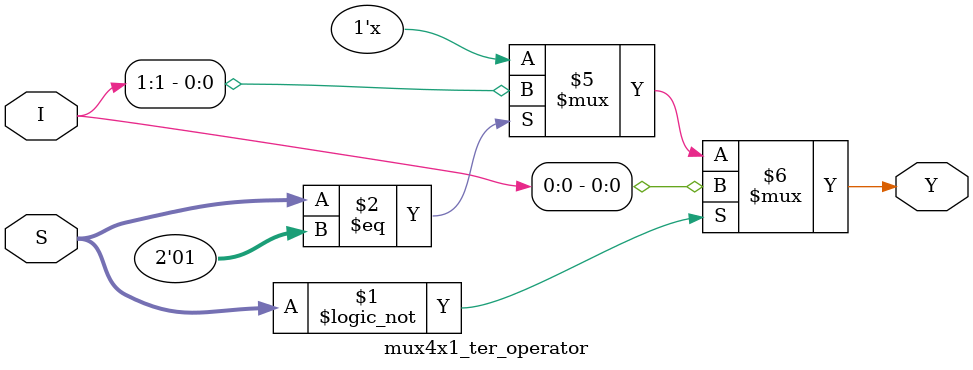
<source format=v>
module mux4x1_ter_operator (I, S, Y);
  
  input [1:0] I;
  input [2:0] S;
  output Y;
  
  assign Y = (S == 2'b00) ? I[0] :
    		 (S == 2'b01) ? I[1] :
   			 (S == 2'b10) ? I[2] :I[3];
    
  
endmodule

</source>
